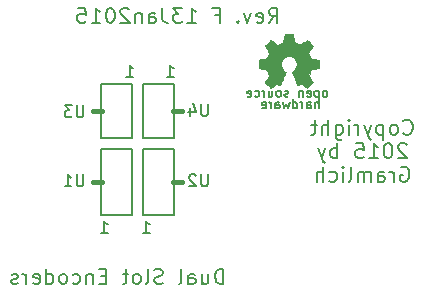
<source format=gbo>
%FSLAX36Y36*%
G04 Gerber Fmt 3.6, Leading zero omitted, Abs format (unit inch)*
G04 Created by KiCad (PCBNEW (2014-jul-16 BZR unknown)-product) date Tue 13 Jan 2015 02:04:58 PM PST*
%MOIN*%
G01*
G04 APERTURE LIST*
%ADD10C,0.003937*%
%ADD11C,0.008000*%
%ADD12C,0.015748*%
%ADD13C,0.006000*%
%ADD14C,0.000100*%
%ADD15C,0.005906*%
G04 APERTURE END LIST*
D10*
D11*
X5827214Y-4385957D02*
X5829595Y-4388338D01*
X5836738Y-4390719D01*
X5841500Y-4390719D01*
X5848643Y-4388338D01*
X5853405Y-4383576D01*
X5855786Y-4378814D01*
X5858167Y-4369290D01*
X5858167Y-4362148D01*
X5855786Y-4352624D01*
X5853405Y-4347862D01*
X5848643Y-4343100D01*
X5841500Y-4340719D01*
X5836738Y-4340719D01*
X5829595Y-4343100D01*
X5827214Y-4345481D01*
X5798643Y-4390719D02*
X5803405Y-4388338D01*
X5805786Y-4385957D01*
X5808167Y-4381195D01*
X5808167Y-4366910D01*
X5805786Y-4362148D01*
X5803405Y-4359767D01*
X5798643Y-4357386D01*
X5791500Y-4357386D01*
X5786738Y-4359767D01*
X5784357Y-4362148D01*
X5781976Y-4366910D01*
X5781976Y-4381195D01*
X5784357Y-4385957D01*
X5786738Y-4388338D01*
X5791500Y-4390719D01*
X5798643Y-4390719D01*
X5760548Y-4357386D02*
X5760548Y-4407386D01*
X5760548Y-4359767D02*
X5755786Y-4357386D01*
X5746262Y-4357386D01*
X5741500Y-4359767D01*
X5739119Y-4362148D01*
X5736738Y-4366910D01*
X5736738Y-4381195D01*
X5739119Y-4385957D01*
X5741500Y-4388338D01*
X5746262Y-4390719D01*
X5755786Y-4390719D01*
X5760548Y-4388338D01*
X5720071Y-4357386D02*
X5708167Y-4390719D01*
X5696262Y-4357386D02*
X5708167Y-4390719D01*
X5712929Y-4402624D01*
X5715309Y-4405005D01*
X5720071Y-4407386D01*
X5677214Y-4390719D02*
X5677214Y-4357386D01*
X5677214Y-4366910D02*
X5674833Y-4362148D01*
X5672452Y-4359767D01*
X5667690Y-4357386D01*
X5662929Y-4357386D01*
X5646262Y-4390719D02*
X5646262Y-4357386D01*
X5646262Y-4340719D02*
X5648643Y-4343100D01*
X5646262Y-4345481D01*
X5643881Y-4343100D01*
X5646262Y-4340719D01*
X5646262Y-4345481D01*
X5601024Y-4357386D02*
X5601024Y-4397862D01*
X5603405Y-4402624D01*
X5605786Y-4405005D01*
X5610548Y-4407386D01*
X5617690Y-4407386D01*
X5622452Y-4405005D01*
X5601024Y-4388338D02*
X5605786Y-4390719D01*
X5615309Y-4390719D01*
X5620071Y-4388338D01*
X5622452Y-4385957D01*
X5624833Y-4381195D01*
X5624833Y-4366910D01*
X5622452Y-4362148D01*
X5620071Y-4359767D01*
X5615309Y-4357386D01*
X5605786Y-4357386D01*
X5601024Y-4359767D01*
X5577214Y-4390719D02*
X5577214Y-4340719D01*
X5555786Y-4390719D02*
X5555786Y-4364529D01*
X5558167Y-4359767D01*
X5562929Y-4357386D01*
X5570071Y-4357386D01*
X5574833Y-4359767D01*
X5577214Y-4362148D01*
X5539119Y-4357386D02*
X5520071Y-4357386D01*
X5531976Y-4340719D02*
X5531976Y-4383576D01*
X5529595Y-4388338D01*
X5524833Y-4390719D01*
X5520071Y-4390719D01*
X5837929Y-4423481D02*
X5835548Y-4421100D01*
X5830786Y-4418719D01*
X5818881Y-4418719D01*
X5814119Y-4421100D01*
X5811738Y-4423481D01*
X5809357Y-4428243D01*
X5809357Y-4433005D01*
X5811738Y-4440148D01*
X5840310Y-4468719D01*
X5809357Y-4468719D01*
X5778405Y-4418719D02*
X5773643Y-4418719D01*
X5768881Y-4421100D01*
X5766500Y-4423481D01*
X5764119Y-4428243D01*
X5761738Y-4437767D01*
X5761738Y-4449671D01*
X5764119Y-4459195D01*
X5766500Y-4463957D01*
X5768881Y-4466338D01*
X5773643Y-4468719D01*
X5778405Y-4468719D01*
X5783167Y-4466338D01*
X5785548Y-4463957D01*
X5787929Y-4459195D01*
X5790310Y-4449671D01*
X5790310Y-4437767D01*
X5787929Y-4428243D01*
X5785548Y-4423481D01*
X5783167Y-4421100D01*
X5778405Y-4418719D01*
X5714119Y-4468719D02*
X5742690Y-4468719D01*
X5728405Y-4468719D02*
X5728405Y-4418719D01*
X5733167Y-4425862D01*
X5737929Y-4430624D01*
X5742690Y-4433005D01*
X5668881Y-4418719D02*
X5692690Y-4418719D01*
X5695071Y-4442529D01*
X5692690Y-4440148D01*
X5687929Y-4437767D01*
X5676024Y-4437767D01*
X5671262Y-4440148D01*
X5668881Y-4442529D01*
X5666500Y-4447290D01*
X5666500Y-4459195D01*
X5668881Y-4463957D01*
X5671262Y-4466338D01*
X5676024Y-4468719D01*
X5687929Y-4468719D01*
X5692690Y-4466338D01*
X5695071Y-4463957D01*
X5606976Y-4468719D02*
X5606976Y-4418719D01*
X5606976Y-4437767D02*
X5602214Y-4435386D01*
X5592690Y-4435386D01*
X5587929Y-4437767D01*
X5585548Y-4440148D01*
X5583167Y-4444910D01*
X5583167Y-4459195D01*
X5585548Y-4463957D01*
X5587929Y-4466338D01*
X5592690Y-4468719D01*
X5602214Y-4468719D01*
X5606976Y-4466338D01*
X5566500Y-4435386D02*
X5554595Y-4468719D01*
X5542690Y-4435386D02*
X5554595Y-4468719D01*
X5559357Y-4480624D01*
X5561738Y-4483005D01*
X5566500Y-4485386D01*
X5818881Y-4499100D02*
X5823643Y-4496719D01*
X5830786Y-4496719D01*
X5837929Y-4499100D01*
X5842690Y-4503862D01*
X5845071Y-4508624D01*
X5847452Y-4518148D01*
X5847452Y-4525290D01*
X5845071Y-4534814D01*
X5842690Y-4539576D01*
X5837929Y-4544338D01*
X5830786Y-4546719D01*
X5826024Y-4546719D01*
X5818881Y-4544338D01*
X5816500Y-4541957D01*
X5816500Y-4525290D01*
X5826024Y-4525290D01*
X5795071Y-4546719D02*
X5795071Y-4513386D01*
X5795071Y-4522910D02*
X5792690Y-4518148D01*
X5790310Y-4515767D01*
X5785548Y-4513386D01*
X5780786Y-4513386D01*
X5742690Y-4546719D02*
X5742690Y-4520529D01*
X5745071Y-4515767D01*
X5749833Y-4513386D01*
X5759357Y-4513386D01*
X5764119Y-4515767D01*
X5742690Y-4544338D02*
X5747452Y-4546719D01*
X5759357Y-4546719D01*
X5764119Y-4544338D01*
X5766500Y-4539576D01*
X5766500Y-4534814D01*
X5764119Y-4530052D01*
X5759357Y-4527671D01*
X5747452Y-4527671D01*
X5742690Y-4525290D01*
X5718881Y-4546719D02*
X5718881Y-4513386D01*
X5718881Y-4518148D02*
X5716500Y-4515767D01*
X5711738Y-4513386D01*
X5704595Y-4513386D01*
X5699833Y-4515767D01*
X5697452Y-4520529D01*
X5697452Y-4546719D01*
X5697452Y-4520529D02*
X5695071Y-4515767D01*
X5690310Y-4513386D01*
X5683167Y-4513386D01*
X5678405Y-4515767D01*
X5676024Y-4520529D01*
X5676024Y-4546719D01*
X5645071Y-4546719D02*
X5649833Y-4544338D01*
X5652214Y-4539576D01*
X5652214Y-4496719D01*
X5626024Y-4546719D02*
X5626024Y-4513386D01*
X5626024Y-4496719D02*
X5628405Y-4499100D01*
X5626024Y-4501481D01*
X5623643Y-4499100D01*
X5626024Y-4496719D01*
X5626024Y-4501481D01*
X5580786Y-4544338D02*
X5585548Y-4546719D01*
X5595071Y-4546719D01*
X5599833Y-4544338D01*
X5602214Y-4541957D01*
X5604595Y-4537195D01*
X5604595Y-4522910D01*
X5602214Y-4518148D01*
X5599833Y-4515767D01*
X5595071Y-4513386D01*
X5585548Y-4513386D01*
X5580786Y-4515767D01*
X5559357Y-4546719D02*
X5559357Y-4496719D01*
X5537929Y-4546719D02*
X5537929Y-4520529D01*
X5540310Y-4515767D01*
X5545071Y-4513386D01*
X5552214Y-4513386D01*
X5556976Y-4515767D01*
X5559357Y-4518148D01*
X5378571Y-4017619D02*
X5395238Y-3993810D01*
X5407143Y-4017619D02*
X5407143Y-3967619D01*
X5388095Y-3967619D01*
X5383333Y-3970000D01*
X5380952Y-3972381D01*
X5378571Y-3977143D01*
X5378571Y-3984286D01*
X5380952Y-3989048D01*
X5383333Y-3991429D01*
X5388095Y-3993810D01*
X5407143Y-3993810D01*
X5338095Y-4015238D02*
X5342857Y-4017619D01*
X5352381Y-4017619D01*
X5357143Y-4015238D01*
X5359524Y-4010476D01*
X5359524Y-3991429D01*
X5357143Y-3986667D01*
X5352381Y-3984286D01*
X5342857Y-3984286D01*
X5338095Y-3986667D01*
X5335714Y-3991429D01*
X5335714Y-3996190D01*
X5359524Y-4000952D01*
X5319048Y-3984286D02*
X5307143Y-4017619D01*
X5295238Y-3984286D01*
X5276191Y-4012857D02*
X5273810Y-4015238D01*
X5276191Y-4017619D01*
X5278571Y-4015238D01*
X5276191Y-4012857D01*
X5276191Y-4017619D01*
X5197619Y-3991429D02*
X5214286Y-3991429D01*
X5214286Y-4017619D02*
X5214286Y-3967619D01*
X5190476Y-3967619D01*
X5107143Y-4017619D02*
X5135714Y-4017619D01*
X5121429Y-4017619D02*
X5121429Y-3967619D01*
X5126191Y-3974762D01*
X5130952Y-3979524D01*
X5135714Y-3981905D01*
X5090476Y-3967619D02*
X5059524Y-3967619D01*
X5076191Y-3986667D01*
X5069048Y-3986667D01*
X5064286Y-3989048D01*
X5061905Y-3991429D01*
X5059524Y-3996190D01*
X5059524Y-4008095D01*
X5061905Y-4012857D01*
X5064286Y-4015238D01*
X5069048Y-4017619D01*
X5083333Y-4017619D01*
X5088095Y-4015238D01*
X5090476Y-4012857D01*
X5023810Y-3967619D02*
X5023810Y-4003333D01*
X5026191Y-4010476D01*
X5030952Y-4015238D01*
X5038095Y-4017619D01*
X5042857Y-4017619D01*
X4978571Y-4017619D02*
X4978571Y-3991429D01*
X4980952Y-3986667D01*
X4985714Y-3984286D01*
X4995238Y-3984286D01*
X5000000Y-3986667D01*
X4978571Y-4015238D02*
X4983333Y-4017619D01*
X4995238Y-4017619D01*
X5000000Y-4015238D01*
X5002381Y-4010476D01*
X5002381Y-4005714D01*
X5000000Y-4000952D01*
X4995238Y-3998571D01*
X4983333Y-3998571D01*
X4978571Y-3996190D01*
X4954762Y-3984286D02*
X4954762Y-4017619D01*
X4954762Y-3989048D02*
X4952381Y-3986667D01*
X4947619Y-3984286D01*
X4940476Y-3984286D01*
X4935714Y-3986667D01*
X4933333Y-3991429D01*
X4933333Y-4017619D01*
X4911905Y-3972381D02*
X4909524Y-3970000D01*
X4904762Y-3967619D01*
X4892857Y-3967619D01*
X4888095Y-3970000D01*
X4885714Y-3972381D01*
X4883333Y-3977143D01*
X4883333Y-3981905D01*
X4885714Y-3989048D01*
X4914286Y-4017619D01*
X4883333Y-4017619D01*
X4852381Y-3967619D02*
X4847619Y-3967619D01*
X4842857Y-3970000D01*
X4840476Y-3972381D01*
X4838095Y-3977143D01*
X4835714Y-3986667D01*
X4835714Y-3998571D01*
X4838095Y-4008095D01*
X4840476Y-4012857D01*
X4842857Y-4015238D01*
X4847619Y-4017619D01*
X4852381Y-4017619D01*
X4857143Y-4015238D01*
X4859524Y-4012857D01*
X4861905Y-4008095D01*
X4864286Y-3998571D01*
X4864286Y-3986667D01*
X4861905Y-3977143D01*
X4859524Y-3972381D01*
X4857143Y-3970000D01*
X4852381Y-3967619D01*
X4788095Y-4017619D02*
X4816667Y-4017619D01*
X4802381Y-4017619D02*
X4802381Y-3967619D01*
X4807143Y-3974762D01*
X4811905Y-3979524D01*
X4816667Y-3981905D01*
X4742857Y-3967619D02*
X4766667Y-3967619D01*
X4769048Y-3991429D01*
X4766667Y-3989048D01*
X4761905Y-3986667D01*
X4750000Y-3986667D01*
X4745238Y-3989048D01*
X4742857Y-3991429D01*
X4740476Y-3996190D01*
X4740476Y-4008095D01*
X4742857Y-4012857D01*
X4745238Y-4015238D01*
X4750000Y-4017619D01*
X4761905Y-4017619D01*
X4766667Y-4015238D01*
X4769048Y-4012857D01*
X5227381Y-4887619D02*
X5227381Y-4837619D01*
X5215476Y-4837619D01*
X5208333Y-4840000D01*
X5203571Y-4844762D01*
X5201190Y-4849524D01*
X5198810Y-4859048D01*
X5198810Y-4866190D01*
X5201190Y-4875714D01*
X5203571Y-4880476D01*
X5208333Y-4885238D01*
X5215476Y-4887619D01*
X5227381Y-4887619D01*
X5155952Y-4854286D02*
X5155952Y-4887619D01*
X5177381Y-4854286D02*
X5177381Y-4880476D01*
X5175000Y-4885238D01*
X5170238Y-4887619D01*
X5163095Y-4887619D01*
X5158333Y-4885238D01*
X5155952Y-4882857D01*
X5110714Y-4887619D02*
X5110714Y-4861429D01*
X5113095Y-4856667D01*
X5117857Y-4854286D01*
X5127381Y-4854286D01*
X5132143Y-4856667D01*
X5110714Y-4885238D02*
X5115476Y-4887619D01*
X5127381Y-4887619D01*
X5132143Y-4885238D01*
X5134524Y-4880476D01*
X5134524Y-4875714D01*
X5132143Y-4870952D01*
X5127381Y-4868571D01*
X5115476Y-4868571D01*
X5110714Y-4866190D01*
X5079762Y-4887619D02*
X5084524Y-4885238D01*
X5086905Y-4880476D01*
X5086905Y-4837619D01*
X5025000Y-4885238D02*
X5017857Y-4887619D01*
X5005952Y-4887619D01*
X5001190Y-4885238D01*
X4998809Y-4882857D01*
X4996429Y-4878095D01*
X4996429Y-4873333D01*
X4998809Y-4868571D01*
X5001190Y-4866190D01*
X5005952Y-4863810D01*
X5015476Y-4861429D01*
X5020238Y-4859048D01*
X5022619Y-4856667D01*
X5025000Y-4851905D01*
X5025000Y-4847143D01*
X5022619Y-4842381D01*
X5020238Y-4840000D01*
X5015476Y-4837619D01*
X5003571Y-4837619D01*
X4996429Y-4840000D01*
X4967857Y-4887619D02*
X4972619Y-4885238D01*
X4975000Y-4880476D01*
X4975000Y-4837619D01*
X4941667Y-4887619D02*
X4946429Y-4885238D01*
X4948809Y-4882857D01*
X4951190Y-4878095D01*
X4951190Y-4863810D01*
X4948809Y-4859048D01*
X4946429Y-4856667D01*
X4941667Y-4854286D01*
X4934524Y-4854286D01*
X4929762Y-4856667D01*
X4927381Y-4859048D01*
X4925000Y-4863810D01*
X4925000Y-4878095D01*
X4927381Y-4882857D01*
X4929762Y-4885238D01*
X4934524Y-4887619D01*
X4941667Y-4887619D01*
X4910714Y-4854286D02*
X4891667Y-4854286D01*
X4903571Y-4837619D02*
X4903571Y-4880476D01*
X4901190Y-4885238D01*
X4896429Y-4887619D01*
X4891667Y-4887619D01*
X4836905Y-4861429D02*
X4820238Y-4861429D01*
X4813095Y-4887619D02*
X4836905Y-4887619D01*
X4836905Y-4837619D01*
X4813095Y-4837619D01*
X4791667Y-4854286D02*
X4791667Y-4887619D01*
X4791667Y-4859048D02*
X4789286Y-4856667D01*
X4784524Y-4854286D01*
X4777381Y-4854286D01*
X4772619Y-4856667D01*
X4770238Y-4861429D01*
X4770238Y-4887619D01*
X4725000Y-4885238D02*
X4729762Y-4887619D01*
X4739286Y-4887619D01*
X4744048Y-4885238D01*
X4746429Y-4882857D01*
X4748809Y-4878095D01*
X4748809Y-4863810D01*
X4746429Y-4859048D01*
X4744048Y-4856667D01*
X4739286Y-4854286D01*
X4729762Y-4854286D01*
X4725000Y-4856667D01*
X4696429Y-4887619D02*
X4701190Y-4885238D01*
X4703571Y-4882857D01*
X4705952Y-4878095D01*
X4705952Y-4863810D01*
X4703571Y-4859048D01*
X4701190Y-4856667D01*
X4696429Y-4854286D01*
X4689286Y-4854286D01*
X4684524Y-4856667D01*
X4682143Y-4859048D01*
X4679762Y-4863810D01*
X4679762Y-4878095D01*
X4682143Y-4882857D01*
X4684524Y-4885238D01*
X4689286Y-4887619D01*
X4696429Y-4887619D01*
X4636905Y-4887619D02*
X4636905Y-4837619D01*
X4636905Y-4885238D02*
X4641667Y-4887619D01*
X4651190Y-4887619D01*
X4655952Y-4885238D01*
X4658333Y-4882857D01*
X4660714Y-4878095D01*
X4660714Y-4863810D01*
X4658333Y-4859048D01*
X4655952Y-4856667D01*
X4651190Y-4854286D01*
X4641667Y-4854286D01*
X4636905Y-4856667D01*
X4594048Y-4885238D02*
X4598809Y-4887619D01*
X4608333Y-4887619D01*
X4613095Y-4885238D01*
X4615476Y-4880476D01*
X4615476Y-4861429D01*
X4613095Y-4856667D01*
X4608333Y-4854286D01*
X4598809Y-4854286D01*
X4594048Y-4856667D01*
X4591667Y-4861429D01*
X4591667Y-4866190D01*
X4615476Y-4870952D01*
X4570238Y-4887619D02*
X4570238Y-4854286D01*
X4570238Y-4863810D02*
X4567857Y-4859048D01*
X4565476Y-4856667D01*
X4560714Y-4854286D01*
X4555952Y-4854286D01*
X4541667Y-4885238D02*
X4536905Y-4887619D01*
X4527381Y-4887619D01*
X4522619Y-4885238D01*
X4520238Y-4880476D01*
X4520238Y-4878095D01*
X4522619Y-4873333D01*
X4527381Y-4870952D01*
X4534524Y-4870952D01*
X4539286Y-4868571D01*
X4541667Y-4863810D01*
X4541667Y-4861429D01*
X4539286Y-4856667D01*
X4534524Y-4854286D01*
X4527381Y-4854286D01*
X4522619Y-4856667D01*
D12*
X5088583Y-4311024D02*
X5059055Y-4311024D01*
X4793307Y-4311024D02*
X4822835Y-4311024D01*
X5059055Y-4547244D02*
X5088583Y-4547244D01*
X4822835Y-4547244D02*
X4793307Y-4547244D01*
D13*
X5545086Y-4303171D02*
X5545086Y-4273171D01*
X5532229Y-4303171D02*
X5532229Y-4287457D01*
X5533657Y-4284600D01*
X5536514Y-4283171D01*
X5540800Y-4283171D01*
X5543657Y-4284600D01*
X5545086Y-4286029D01*
X5505086Y-4303171D02*
X5505086Y-4287457D01*
X5506514Y-4284600D01*
X5509371Y-4283171D01*
X5515086Y-4283171D01*
X5517943Y-4284600D01*
X5505086Y-4301743D02*
X5507943Y-4303171D01*
X5515086Y-4303171D01*
X5517943Y-4301743D01*
X5519371Y-4298886D01*
X5519371Y-4296029D01*
X5517943Y-4293171D01*
X5515086Y-4291743D01*
X5507943Y-4291743D01*
X5505086Y-4290314D01*
X5490800Y-4303171D02*
X5490800Y-4283171D01*
X5490800Y-4288886D02*
X5489371Y-4286029D01*
X5487943Y-4284600D01*
X5485086Y-4283171D01*
X5482229Y-4283171D01*
X5459371Y-4303171D02*
X5459371Y-4273171D01*
X5459371Y-4301743D02*
X5462229Y-4303171D01*
X5467943Y-4303171D01*
X5470800Y-4301743D01*
X5472229Y-4300314D01*
X5473657Y-4297457D01*
X5473657Y-4288886D01*
X5472229Y-4286029D01*
X5470800Y-4284600D01*
X5467943Y-4283171D01*
X5462229Y-4283171D01*
X5459371Y-4284600D01*
X5447943Y-4283171D02*
X5442229Y-4303171D01*
X5436514Y-4288886D01*
X5430800Y-4303171D01*
X5425086Y-4283171D01*
X5400800Y-4303171D02*
X5400800Y-4287457D01*
X5402229Y-4284600D01*
X5405086Y-4283171D01*
X5410800Y-4283171D01*
X5413657Y-4284600D01*
X5400800Y-4301743D02*
X5403657Y-4303171D01*
X5410800Y-4303171D01*
X5413657Y-4301743D01*
X5415086Y-4298886D01*
X5415086Y-4296029D01*
X5413657Y-4293171D01*
X5410800Y-4291743D01*
X5403657Y-4291743D01*
X5400800Y-4290314D01*
X5386514Y-4303171D02*
X5386514Y-4283171D01*
X5386514Y-4288886D02*
X5385086Y-4286029D01*
X5383657Y-4284600D01*
X5380800Y-4283171D01*
X5377943Y-4283171D01*
X5356514Y-4301743D02*
X5359371Y-4303171D01*
X5365086Y-4303171D01*
X5367943Y-4301743D01*
X5369371Y-4298886D01*
X5369371Y-4287457D01*
X5367943Y-4284600D01*
X5365086Y-4283171D01*
X5359371Y-4283171D01*
X5356514Y-4284600D01*
X5355086Y-4287457D01*
X5355086Y-4290314D01*
X5369371Y-4293171D01*
X5567857Y-4263571D02*
X5570714Y-4262143D01*
X5572143Y-4260714D01*
X5573571Y-4257857D01*
X5573571Y-4249286D01*
X5572143Y-4246429D01*
X5570714Y-4245000D01*
X5567857Y-4243571D01*
X5563571Y-4243571D01*
X5560714Y-4245000D01*
X5559286Y-4246429D01*
X5557857Y-4249286D01*
X5557857Y-4257857D01*
X5559286Y-4260714D01*
X5560714Y-4262143D01*
X5563571Y-4263571D01*
X5567857Y-4263571D01*
X5545000Y-4243571D02*
X5545000Y-4273571D01*
X5545000Y-4245000D02*
X5542143Y-4243571D01*
X5536429Y-4243571D01*
X5533571Y-4245000D01*
X5532143Y-4246429D01*
X5530714Y-4249286D01*
X5530714Y-4257857D01*
X5532143Y-4260714D01*
X5533571Y-4262143D01*
X5536429Y-4263571D01*
X5542143Y-4263571D01*
X5545000Y-4262143D01*
X5506429Y-4262143D02*
X5509286Y-4263571D01*
X5515000Y-4263571D01*
X5517857Y-4262143D01*
X5519286Y-4259286D01*
X5519286Y-4247857D01*
X5517857Y-4245000D01*
X5515000Y-4243571D01*
X5509286Y-4243571D01*
X5506429Y-4245000D01*
X5505000Y-4247857D01*
X5505000Y-4250714D01*
X5519286Y-4253571D01*
X5492143Y-4243571D02*
X5492143Y-4263571D01*
X5492143Y-4246429D02*
X5490714Y-4245000D01*
X5487857Y-4243571D01*
X5483571Y-4243571D01*
X5480714Y-4245000D01*
X5479286Y-4247857D01*
X5479286Y-4263571D01*
X5443571Y-4262143D02*
X5440714Y-4263571D01*
X5435000Y-4263571D01*
X5432143Y-4262143D01*
X5430714Y-4259286D01*
X5430714Y-4257857D01*
X5432143Y-4255000D01*
X5435000Y-4253571D01*
X5439286Y-4253571D01*
X5442143Y-4252143D01*
X5443571Y-4249286D01*
X5443571Y-4247857D01*
X5442143Y-4245000D01*
X5439286Y-4243571D01*
X5435000Y-4243571D01*
X5432143Y-4245000D01*
X5413571Y-4263571D02*
X5416429Y-4262143D01*
X5417857Y-4260714D01*
X5419286Y-4257857D01*
X5419286Y-4249286D01*
X5417857Y-4246429D01*
X5416429Y-4245000D01*
X5413571Y-4243571D01*
X5409286Y-4243571D01*
X5406429Y-4245000D01*
X5405000Y-4246429D01*
X5403571Y-4249286D01*
X5403571Y-4257857D01*
X5405000Y-4260714D01*
X5406429Y-4262143D01*
X5409286Y-4263571D01*
X5413571Y-4263571D01*
X5377857Y-4243571D02*
X5377857Y-4263571D01*
X5390714Y-4243571D02*
X5390714Y-4259286D01*
X5389286Y-4262143D01*
X5386429Y-4263571D01*
X5382143Y-4263571D01*
X5379286Y-4262143D01*
X5377857Y-4260714D01*
X5363571Y-4263571D02*
X5363571Y-4243571D01*
X5363571Y-4249286D02*
X5362143Y-4246429D01*
X5360714Y-4245000D01*
X5357857Y-4243571D01*
X5355000Y-4243571D01*
X5332143Y-4262143D02*
X5335000Y-4263571D01*
X5340714Y-4263571D01*
X5343571Y-4262143D01*
X5345000Y-4260714D01*
X5346429Y-4257857D01*
X5346429Y-4249286D01*
X5345000Y-4246429D01*
X5343571Y-4245000D01*
X5340714Y-4243571D01*
X5335000Y-4243571D01*
X5332143Y-4245000D01*
X5307857Y-4262143D02*
X5310714Y-4263571D01*
X5316429Y-4263571D01*
X5319286Y-4262143D01*
X5320714Y-4259286D01*
X5320714Y-4247857D01*
X5319286Y-4245000D01*
X5316429Y-4243571D01*
X5310714Y-4243571D01*
X5307857Y-4245000D01*
X5306429Y-4247857D01*
X5306429Y-4250714D01*
X5320714Y-4253571D01*
D14*
G36*
X5384400Y-4234800D02*
X5385500Y-4234300D01*
X5387800Y-4232800D01*
X5391100Y-4230600D01*
X5395100Y-4227900D01*
X5399000Y-4225300D01*
X5402300Y-4223100D01*
X5404600Y-4221600D01*
X5405500Y-4221100D01*
X5406000Y-4221300D01*
X5407900Y-4222200D01*
X5410700Y-4223600D01*
X5412200Y-4224400D01*
X5414800Y-4225500D01*
X5416000Y-4225700D01*
X5416200Y-4225400D01*
X5417100Y-4223500D01*
X5418600Y-4220200D01*
X5420500Y-4215900D01*
X5422600Y-4210800D01*
X5424900Y-4205300D01*
X5427300Y-4199700D01*
X5429500Y-4194400D01*
X5431400Y-4189600D01*
X5433000Y-4185700D01*
X5434000Y-4183000D01*
X5434400Y-4181800D01*
X5434300Y-4181600D01*
X5433000Y-4180400D01*
X5430800Y-4178700D01*
X5426100Y-4174900D01*
X5421400Y-4169100D01*
X5418600Y-4162400D01*
X5417700Y-4155100D01*
X5418500Y-4148300D01*
X5421100Y-4141800D01*
X5425700Y-4135900D01*
X5431300Y-4131500D01*
X5437700Y-4128700D01*
X5445000Y-4127800D01*
X5451900Y-4128600D01*
X5458600Y-4131200D01*
X5464500Y-4135700D01*
X5467000Y-4138600D01*
X5470500Y-4144600D01*
X5472400Y-4150900D01*
X5472600Y-4152600D01*
X5472300Y-4159600D01*
X5470300Y-4166300D01*
X5466500Y-4172300D01*
X5461400Y-4177300D01*
X5460800Y-4177700D01*
X5458400Y-4179500D01*
X5456800Y-4180700D01*
X5455500Y-4181800D01*
X5464500Y-4203300D01*
X5465900Y-4206700D01*
X5468300Y-4212600D01*
X5470500Y-4217700D01*
X5472200Y-4221700D01*
X5473400Y-4224400D01*
X5473900Y-4225500D01*
X5474000Y-4225500D01*
X5474800Y-4225700D01*
X5476400Y-4225100D01*
X5479400Y-4223600D01*
X5481400Y-4222600D01*
X5483700Y-4221500D01*
X5484700Y-4221100D01*
X5485600Y-4221600D01*
X5487800Y-4223000D01*
X5491000Y-4225100D01*
X5494900Y-4227700D01*
X5498500Y-4230200D01*
X5501900Y-4232500D01*
X5504400Y-4234000D01*
X5505500Y-4234700D01*
X5505700Y-4234700D01*
X5506800Y-4234100D01*
X5508700Y-4232500D01*
X5511700Y-4229700D01*
X5515800Y-4225600D01*
X5516400Y-4225000D01*
X5519800Y-4221500D01*
X5522600Y-4218600D01*
X5524500Y-4216500D01*
X5525100Y-4215600D01*
X5525100Y-4215600D01*
X5524500Y-4214400D01*
X5523000Y-4212000D01*
X5520700Y-4208500D01*
X5518000Y-4204500D01*
X5510900Y-4194200D01*
X5514800Y-4184400D01*
X5516000Y-4181400D01*
X5517500Y-4177800D01*
X5518700Y-4175200D01*
X5519300Y-4174100D01*
X5520300Y-4173700D01*
X5523000Y-4173000D01*
X5526900Y-4172200D01*
X5531500Y-4171400D01*
X5535900Y-4170600D01*
X5539900Y-4169800D01*
X5542800Y-4169300D01*
X5544100Y-4169000D01*
X5544400Y-4168800D01*
X5544600Y-4168200D01*
X5544800Y-4166800D01*
X5544900Y-4164400D01*
X5544900Y-4160600D01*
X5544900Y-4155100D01*
X5544900Y-4154500D01*
X5544900Y-4149200D01*
X5544800Y-4145000D01*
X5544700Y-4142400D01*
X5544500Y-4141300D01*
X5544500Y-4141300D01*
X5543200Y-4141000D01*
X5540400Y-4140400D01*
X5536400Y-4139600D01*
X5531700Y-4138700D01*
X5531400Y-4138600D01*
X5526700Y-4137700D01*
X5522700Y-4136900D01*
X5519900Y-4136200D01*
X5518700Y-4135900D01*
X5518500Y-4135500D01*
X5517500Y-4133700D01*
X5516200Y-4130800D01*
X5514600Y-4127200D01*
X5513100Y-4123500D01*
X5511700Y-4120100D01*
X5510800Y-4117600D01*
X5510600Y-4116500D01*
X5510600Y-4116500D01*
X5511300Y-4115300D01*
X5512900Y-4112900D01*
X5515200Y-4109500D01*
X5518000Y-4105500D01*
X5518200Y-4105200D01*
X5520900Y-4101200D01*
X5523100Y-4097800D01*
X5524600Y-4095400D01*
X5525100Y-4094300D01*
X5525100Y-4094200D01*
X5524200Y-4093000D01*
X5522200Y-4090800D01*
X5519300Y-4087700D01*
X5515800Y-4084200D01*
X5514700Y-4083100D01*
X5510800Y-4079300D01*
X5508100Y-4076800D01*
X5506400Y-4075500D01*
X5505600Y-4075200D01*
X5505600Y-4075200D01*
X5504400Y-4075900D01*
X5501800Y-4077600D01*
X5498400Y-4079900D01*
X5494400Y-4082700D01*
X5494100Y-4082900D01*
X5490100Y-4085600D01*
X5486700Y-4087800D01*
X5484400Y-4089400D01*
X5483300Y-4090000D01*
X5483200Y-4090000D01*
X5481500Y-4089500D01*
X5478700Y-4088500D01*
X5475200Y-4087200D01*
X5471500Y-4085700D01*
X5468100Y-4084300D01*
X5465600Y-4083100D01*
X5464400Y-4082500D01*
X5464400Y-4082400D01*
X5464000Y-4081000D01*
X5463300Y-4078000D01*
X5462400Y-4073900D01*
X5461500Y-4069000D01*
X5461400Y-4068200D01*
X5460500Y-4063400D01*
X5459700Y-4059500D01*
X5459100Y-4056800D01*
X5458900Y-4055600D01*
X5458200Y-4055500D01*
X5455800Y-4055300D01*
X5452300Y-4055200D01*
X5448000Y-4055200D01*
X5443500Y-4055200D01*
X5439100Y-4055300D01*
X5435300Y-4055400D01*
X5432600Y-4055600D01*
X5431500Y-4055800D01*
X5431500Y-4055900D01*
X5431000Y-4057400D01*
X5430400Y-4060400D01*
X5429500Y-4064500D01*
X5428600Y-4069400D01*
X5428400Y-4070300D01*
X5427500Y-4075000D01*
X5426700Y-4078900D01*
X5426200Y-4081600D01*
X5425900Y-4082700D01*
X5425400Y-4082900D01*
X5423500Y-4083800D01*
X5420300Y-4085100D01*
X5416300Y-4086700D01*
X5407200Y-4090400D01*
X5396000Y-4082700D01*
X5394900Y-4082000D01*
X5390900Y-4079200D01*
X5387600Y-4077000D01*
X5385300Y-4075500D01*
X5384300Y-4075000D01*
X5384200Y-4075000D01*
X5383100Y-4076000D01*
X5380900Y-4078100D01*
X5377900Y-4081100D01*
X5374300Y-4084600D01*
X5371700Y-4087200D01*
X5368600Y-4090300D01*
X5366700Y-4092500D01*
X5365600Y-4093800D01*
X5365200Y-4094600D01*
X5365300Y-4095200D01*
X5366000Y-4096300D01*
X5367700Y-4098800D01*
X5370000Y-4102200D01*
X5372700Y-4106200D01*
X5375000Y-4109500D01*
X5377400Y-4113300D01*
X5379000Y-4116000D01*
X5379500Y-4117300D01*
X5379400Y-4117800D01*
X5378600Y-4120000D01*
X5377300Y-4123300D01*
X5375600Y-4127300D01*
X5371700Y-4136200D01*
X5365900Y-4137300D01*
X5362300Y-4138000D01*
X5357400Y-4138900D01*
X5352700Y-4139800D01*
X5345300Y-4141300D01*
X5345000Y-4168300D01*
X5346200Y-4168800D01*
X5347300Y-4169100D01*
X5350000Y-4169700D01*
X5353900Y-4170500D01*
X5358500Y-4171300D01*
X5362400Y-4172100D01*
X5366400Y-4172800D01*
X5369200Y-4173400D01*
X5370500Y-4173600D01*
X5370800Y-4174100D01*
X5371800Y-4176000D01*
X5373200Y-4179000D01*
X5374800Y-4182700D01*
X5376300Y-4186500D01*
X5377700Y-4190000D01*
X5378700Y-4192600D01*
X5379100Y-4194000D01*
X5378500Y-4195100D01*
X5377000Y-4197400D01*
X5374800Y-4200700D01*
X5372200Y-4204600D01*
X5369500Y-4208500D01*
X5367200Y-4211900D01*
X5365600Y-4214300D01*
X5365000Y-4215400D01*
X5365300Y-4216200D01*
X5366900Y-4218100D01*
X5369800Y-4221100D01*
X5374200Y-4225500D01*
X5375000Y-4226200D01*
X5378500Y-4229600D01*
X5381400Y-4232300D01*
X5383500Y-4234100D01*
X5384400Y-4234800D01*
X5384400Y-4234800D01*
G37*
X5384400Y-4234800D02*
X5385500Y-4234300D01*
X5387800Y-4232800D01*
X5391100Y-4230600D01*
X5395100Y-4227900D01*
X5399000Y-4225300D01*
X5402300Y-4223100D01*
X5404600Y-4221600D01*
X5405500Y-4221100D01*
X5406000Y-4221300D01*
X5407900Y-4222200D01*
X5410700Y-4223600D01*
X5412200Y-4224400D01*
X5414800Y-4225500D01*
X5416000Y-4225700D01*
X5416200Y-4225400D01*
X5417100Y-4223500D01*
X5418600Y-4220200D01*
X5420500Y-4215900D01*
X5422600Y-4210800D01*
X5424900Y-4205300D01*
X5427300Y-4199700D01*
X5429500Y-4194400D01*
X5431400Y-4189600D01*
X5433000Y-4185700D01*
X5434000Y-4183000D01*
X5434400Y-4181800D01*
X5434300Y-4181600D01*
X5433000Y-4180400D01*
X5430800Y-4178700D01*
X5426100Y-4174900D01*
X5421400Y-4169100D01*
X5418600Y-4162400D01*
X5417700Y-4155100D01*
X5418500Y-4148300D01*
X5421100Y-4141800D01*
X5425700Y-4135900D01*
X5431300Y-4131500D01*
X5437700Y-4128700D01*
X5445000Y-4127800D01*
X5451900Y-4128600D01*
X5458600Y-4131200D01*
X5464500Y-4135700D01*
X5467000Y-4138600D01*
X5470500Y-4144600D01*
X5472400Y-4150900D01*
X5472600Y-4152600D01*
X5472300Y-4159600D01*
X5470300Y-4166300D01*
X5466500Y-4172300D01*
X5461400Y-4177300D01*
X5460800Y-4177700D01*
X5458400Y-4179500D01*
X5456800Y-4180700D01*
X5455500Y-4181800D01*
X5464500Y-4203300D01*
X5465900Y-4206700D01*
X5468300Y-4212600D01*
X5470500Y-4217700D01*
X5472200Y-4221700D01*
X5473400Y-4224400D01*
X5473900Y-4225500D01*
X5474000Y-4225500D01*
X5474800Y-4225700D01*
X5476400Y-4225100D01*
X5479400Y-4223600D01*
X5481400Y-4222600D01*
X5483700Y-4221500D01*
X5484700Y-4221100D01*
X5485600Y-4221600D01*
X5487800Y-4223000D01*
X5491000Y-4225100D01*
X5494900Y-4227700D01*
X5498500Y-4230200D01*
X5501900Y-4232500D01*
X5504400Y-4234000D01*
X5505500Y-4234700D01*
X5505700Y-4234700D01*
X5506800Y-4234100D01*
X5508700Y-4232500D01*
X5511700Y-4229700D01*
X5515800Y-4225600D01*
X5516400Y-4225000D01*
X5519800Y-4221500D01*
X5522600Y-4218600D01*
X5524500Y-4216500D01*
X5525100Y-4215600D01*
X5525100Y-4215600D01*
X5524500Y-4214400D01*
X5523000Y-4212000D01*
X5520700Y-4208500D01*
X5518000Y-4204500D01*
X5510900Y-4194200D01*
X5514800Y-4184400D01*
X5516000Y-4181400D01*
X5517500Y-4177800D01*
X5518700Y-4175200D01*
X5519300Y-4174100D01*
X5520300Y-4173700D01*
X5523000Y-4173000D01*
X5526900Y-4172200D01*
X5531500Y-4171400D01*
X5535900Y-4170600D01*
X5539900Y-4169800D01*
X5542800Y-4169300D01*
X5544100Y-4169000D01*
X5544400Y-4168800D01*
X5544600Y-4168200D01*
X5544800Y-4166800D01*
X5544900Y-4164400D01*
X5544900Y-4160600D01*
X5544900Y-4155100D01*
X5544900Y-4154500D01*
X5544900Y-4149200D01*
X5544800Y-4145000D01*
X5544700Y-4142400D01*
X5544500Y-4141300D01*
X5544500Y-4141300D01*
X5543200Y-4141000D01*
X5540400Y-4140400D01*
X5536400Y-4139600D01*
X5531700Y-4138700D01*
X5531400Y-4138600D01*
X5526700Y-4137700D01*
X5522700Y-4136900D01*
X5519900Y-4136200D01*
X5518700Y-4135900D01*
X5518500Y-4135500D01*
X5517500Y-4133700D01*
X5516200Y-4130800D01*
X5514600Y-4127200D01*
X5513100Y-4123500D01*
X5511700Y-4120100D01*
X5510800Y-4117600D01*
X5510600Y-4116500D01*
X5510600Y-4116500D01*
X5511300Y-4115300D01*
X5512900Y-4112900D01*
X5515200Y-4109500D01*
X5518000Y-4105500D01*
X5518200Y-4105200D01*
X5520900Y-4101200D01*
X5523100Y-4097800D01*
X5524600Y-4095400D01*
X5525100Y-4094300D01*
X5525100Y-4094200D01*
X5524200Y-4093000D01*
X5522200Y-4090800D01*
X5519300Y-4087700D01*
X5515800Y-4084200D01*
X5514700Y-4083100D01*
X5510800Y-4079300D01*
X5508100Y-4076800D01*
X5506400Y-4075500D01*
X5505600Y-4075200D01*
X5505600Y-4075200D01*
X5504400Y-4075900D01*
X5501800Y-4077600D01*
X5498400Y-4079900D01*
X5494400Y-4082700D01*
X5494100Y-4082900D01*
X5490100Y-4085600D01*
X5486700Y-4087800D01*
X5484400Y-4089400D01*
X5483300Y-4090000D01*
X5483200Y-4090000D01*
X5481500Y-4089500D01*
X5478700Y-4088500D01*
X5475200Y-4087200D01*
X5471500Y-4085700D01*
X5468100Y-4084300D01*
X5465600Y-4083100D01*
X5464400Y-4082500D01*
X5464400Y-4082400D01*
X5464000Y-4081000D01*
X5463300Y-4078000D01*
X5462400Y-4073900D01*
X5461500Y-4069000D01*
X5461400Y-4068200D01*
X5460500Y-4063400D01*
X5459700Y-4059500D01*
X5459100Y-4056800D01*
X5458900Y-4055600D01*
X5458200Y-4055500D01*
X5455800Y-4055300D01*
X5452300Y-4055200D01*
X5448000Y-4055200D01*
X5443500Y-4055200D01*
X5439100Y-4055300D01*
X5435300Y-4055400D01*
X5432600Y-4055600D01*
X5431500Y-4055800D01*
X5431500Y-4055900D01*
X5431000Y-4057400D01*
X5430400Y-4060400D01*
X5429500Y-4064500D01*
X5428600Y-4069400D01*
X5428400Y-4070300D01*
X5427500Y-4075000D01*
X5426700Y-4078900D01*
X5426200Y-4081600D01*
X5425900Y-4082700D01*
X5425400Y-4082900D01*
X5423500Y-4083800D01*
X5420300Y-4085100D01*
X5416300Y-4086700D01*
X5407200Y-4090400D01*
X5396000Y-4082700D01*
X5394900Y-4082000D01*
X5390900Y-4079200D01*
X5387600Y-4077000D01*
X5385300Y-4075500D01*
X5384300Y-4075000D01*
X5384200Y-4075000D01*
X5383100Y-4076000D01*
X5380900Y-4078100D01*
X5377900Y-4081100D01*
X5374300Y-4084600D01*
X5371700Y-4087200D01*
X5368600Y-4090300D01*
X5366700Y-4092500D01*
X5365600Y-4093800D01*
X5365200Y-4094600D01*
X5365300Y-4095200D01*
X5366000Y-4096300D01*
X5367700Y-4098800D01*
X5370000Y-4102200D01*
X5372700Y-4106200D01*
X5375000Y-4109500D01*
X5377400Y-4113300D01*
X5379000Y-4116000D01*
X5379500Y-4117300D01*
X5379400Y-4117800D01*
X5378600Y-4120000D01*
X5377300Y-4123300D01*
X5375600Y-4127300D01*
X5371700Y-4136200D01*
X5365900Y-4137300D01*
X5362300Y-4138000D01*
X5357400Y-4138900D01*
X5352700Y-4139800D01*
X5345300Y-4141300D01*
X5345000Y-4168300D01*
X5346200Y-4168800D01*
X5347300Y-4169100D01*
X5350000Y-4169700D01*
X5353900Y-4170500D01*
X5358500Y-4171300D01*
X5362400Y-4172100D01*
X5366400Y-4172800D01*
X5369200Y-4173400D01*
X5370500Y-4173600D01*
X5370800Y-4174100D01*
X5371800Y-4176000D01*
X5373200Y-4179000D01*
X5374800Y-4182700D01*
X5376300Y-4186500D01*
X5377700Y-4190000D01*
X5378700Y-4192600D01*
X5379100Y-4194000D01*
X5378500Y-4195100D01*
X5377000Y-4197400D01*
X5374800Y-4200700D01*
X5372200Y-4204600D01*
X5369500Y-4208500D01*
X5367200Y-4211900D01*
X5365600Y-4214300D01*
X5365000Y-4215400D01*
X5365300Y-4216200D01*
X5366900Y-4218100D01*
X5369800Y-4221100D01*
X5374200Y-4225500D01*
X5375000Y-4226200D01*
X5378500Y-4229600D01*
X5381400Y-4232300D01*
X5383500Y-4234100D01*
X5384400Y-4234800D01*
D15*
X4820866Y-4437008D02*
X4820866Y-4657480D01*
X4820866Y-4657480D02*
X4923228Y-4657480D01*
X4923228Y-4657480D02*
X4923228Y-4437008D01*
X4923228Y-4437008D02*
X4820866Y-4437008D01*
X4958661Y-4437008D02*
X4958661Y-4657480D01*
X4958661Y-4657480D02*
X5061024Y-4657480D01*
X5061024Y-4657480D02*
X5061024Y-4437008D01*
X5061024Y-4437008D02*
X4958661Y-4437008D01*
X4923228Y-4401575D02*
X4923228Y-4220472D01*
X4923228Y-4220472D02*
X4820866Y-4220472D01*
X4820866Y-4220472D02*
X4820866Y-4401575D01*
X4820866Y-4401575D02*
X4923228Y-4401575D01*
X5061024Y-4401575D02*
X5061024Y-4220472D01*
X5061024Y-4220472D02*
X4958661Y-4220472D01*
X4958661Y-4220472D02*
X4958661Y-4401575D01*
X4958661Y-4401575D02*
X5061024Y-4401575D01*
D11*
X4760476Y-4523095D02*
X4760476Y-4555476D01*
X4758571Y-4559286D01*
X4756667Y-4561190D01*
X4752857Y-4563095D01*
X4745238Y-4563095D01*
X4741429Y-4561190D01*
X4739524Y-4559286D01*
X4737619Y-4555476D01*
X4737619Y-4523095D01*
X4697619Y-4563095D02*
X4720476Y-4563095D01*
X4709048Y-4563095D02*
X4709048Y-4523095D01*
X4712857Y-4528810D01*
X4716667Y-4532619D01*
X4720476Y-4534524D01*
X4818571Y-4718095D02*
X4841429Y-4718095D01*
X4830000Y-4718095D02*
X4830000Y-4678095D01*
X4833809Y-4683810D01*
X4837619Y-4687619D01*
X4841429Y-4689524D01*
X5175476Y-4523095D02*
X5175476Y-4555476D01*
X5173571Y-4559286D01*
X5171667Y-4561190D01*
X5167857Y-4563095D01*
X5160238Y-4563095D01*
X5156429Y-4561190D01*
X5154524Y-4559286D01*
X5152619Y-4555476D01*
X5152619Y-4523095D01*
X5135476Y-4526905D02*
X5133571Y-4525000D01*
X5129762Y-4523095D01*
X5120238Y-4523095D01*
X5116429Y-4525000D01*
X5114524Y-4526905D01*
X5112619Y-4530714D01*
X5112619Y-4534524D01*
X5114524Y-4540238D01*
X5137381Y-4563095D01*
X5112619Y-4563095D01*
X4958571Y-4718095D02*
X4981429Y-4718095D01*
X4970000Y-4718095D02*
X4970000Y-4678095D01*
X4973809Y-4683810D01*
X4977619Y-4687619D01*
X4981429Y-4689524D01*
X4760476Y-4293095D02*
X4760476Y-4325476D01*
X4758571Y-4329286D01*
X4756667Y-4331190D01*
X4752857Y-4333095D01*
X4745238Y-4333095D01*
X4741429Y-4331190D01*
X4739524Y-4329286D01*
X4737619Y-4325476D01*
X4737619Y-4293095D01*
X4722381Y-4293095D02*
X4697619Y-4293095D01*
X4710952Y-4308333D01*
X4705238Y-4308333D01*
X4701429Y-4310238D01*
X4699524Y-4312143D01*
X4697619Y-4315952D01*
X4697619Y-4325476D01*
X4699524Y-4329286D01*
X4701429Y-4331190D01*
X4705238Y-4333095D01*
X4716667Y-4333095D01*
X4720476Y-4331190D01*
X4722381Y-4329286D01*
X4903571Y-4198095D02*
X4926429Y-4198095D01*
X4915000Y-4198095D02*
X4915000Y-4158095D01*
X4918809Y-4163810D01*
X4922619Y-4167619D01*
X4926429Y-4169524D01*
X5175476Y-4288095D02*
X5175476Y-4320476D01*
X5173571Y-4324286D01*
X5171667Y-4326190D01*
X5167857Y-4328095D01*
X5160238Y-4328095D01*
X5156429Y-4326190D01*
X5154524Y-4324286D01*
X5152619Y-4320476D01*
X5152619Y-4288095D01*
X5116429Y-4301429D02*
X5116429Y-4328095D01*
X5125952Y-4286190D02*
X5135476Y-4314762D01*
X5110714Y-4314762D01*
X5038571Y-4198095D02*
X5061429Y-4198095D01*
X5050000Y-4198095D02*
X5050000Y-4158095D01*
X5053809Y-4163810D01*
X5057619Y-4167619D01*
X5061429Y-4169524D01*
M02*

</source>
